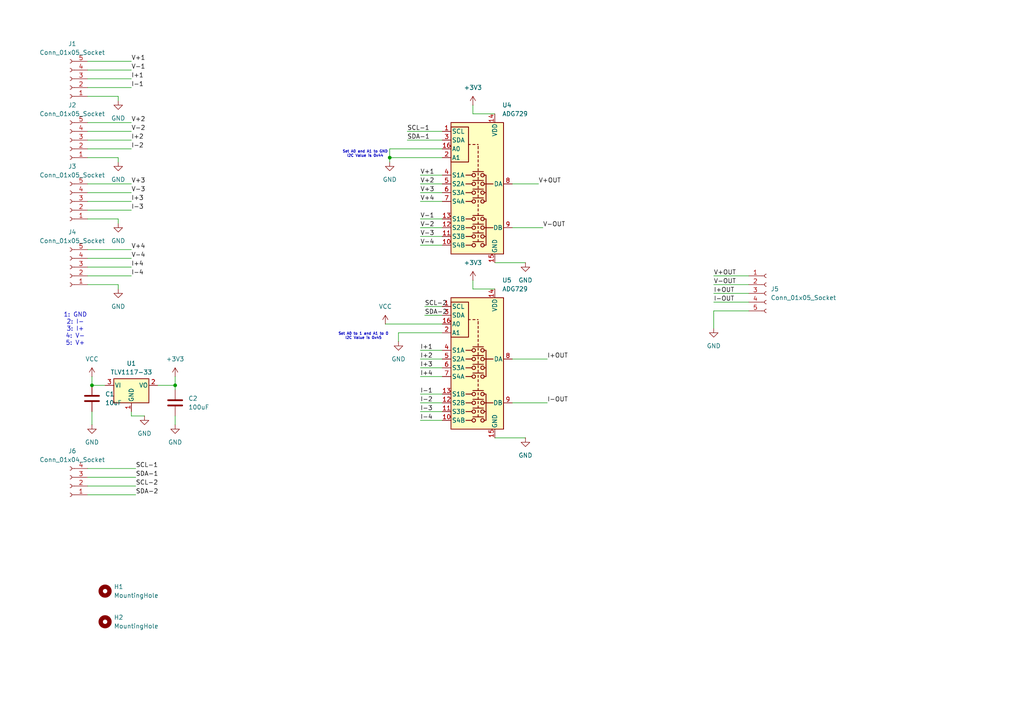
<source format=kicad_sch>
(kicad_sch (version 20250114) (generator "eeschema") (generator_version "9.0")
  (paper "A4")
  (lib_symbols
    (symbol "Analog_Switch:ADG729" (pin_names (offset 0.254))
      (property "Reference" "U" (at -7.62 20.955 0))
      (property "Value" "ADG729" (at -7.62 19.05 0))
      (symbol "ADG729_0_1"
        (rectangle (start -7.62 17.78) (end 7.62 -20.32) (stroke (width 0.254)) (fill (type background)))
        (rectangle (start -7.62 6.35) (end -2.54 16.51) (stroke (width 0.254)))
        (polyline (pts (xy -2.032 11.43) (xy -2.54 11.43)) (stroke (width 0.254)))
        (polyline (pts (xy -1.524 2.54) (xy -3.302 2.54)) (stroke (width 0.254)))
        (polyline (pts (xy -1.524 0) (xy -3.302 0)) (stroke (width 0.254)))
        (polyline (pts (xy -1.524 -2.54) (xy -3.302 -2.54)) (stroke (width 0.254)))
        (polyline (pts (xy -1.524 -5.08) (xy -3.302 -5.08)) (stroke (width 0.254)))
        (polyline (pts (xy -1.524 -10.16) (xy -3.302 -10.16)) (stroke (width 0.254)))
        (polyline (pts (xy -1.524 -12.7) (xy -3.302 -12.7)) (stroke (width 0.254)))
        (polyline (pts (xy -1.524 -15.24) (xy -3.302 -15.24)) (stroke (width 0.254)))
        (polyline (pts (xy -1.524 -17.78) (xy -3.302 -17.78)) (stroke (width 0.254)))
        (polyline (pts (xy -1.27 11.43) (xy -0.635 11.43)) (stroke (width 0.254)))
        (polyline (pts (xy -1.27 3.556) (xy 1.778 3.556)) (stroke (width 0.254)))
        (polyline (pts (xy -1.27 1.016) (xy 1.778 1.016)) (stroke (width 0.254)))
        (polyline (pts (xy -1.27 -1.524) (xy 1.778 -1.524)) (stroke (width 0.254)))
        (polyline (pts (xy -1.27 -4.064) (xy 1.778 -4.064)) (stroke (width 0.254)))
        (polyline (pts (xy -1.27 -9.144) (xy 1.778 -9.144)) (stroke (width 0.254)))
        (polyline (pts (xy -1.27 -11.684) (xy 1.778 -11.684)) (stroke (width 0.254)))
        (polyline (pts (xy -1.27 -14.224) (xy 1.778 -14.224)) (stroke (width 0.254)))
        (polyline (pts (xy -1.27 -16.764) (xy 1.778 -16.764)) (stroke (width 0.254)))
        (circle (center -1.016 2.54) (radius 0.508) (stroke (width 0.254)))
        (circle (center -1.016 0) (radius 0.508) (stroke (width 0.254)))
        (circle (center -1.016 -2.54) (radius 0.508) (stroke (width 0.254)))
        (circle (center -1.016 -5.08) (radius 0.508) (stroke (width 0.254)))
        (circle (center -1.016 -10.16) (radius 0.508) (stroke (width 0.254)))
        (circle (center -1.016 -12.7) (radius 0.508) (stroke (width 0.254)))
        (circle (center -1.016 -15.24) (radius 0.508) (stroke (width 0.254)))
        (circle (center -1.016 -17.78) (radius 0.508) (stroke (width 0.254)))
        (polyline (pts (xy 0.254 11.43) (xy 0 11.43)) (stroke (width 0.254)))
        (polyline (pts (xy 0.254 10.16) (xy 0.254 10.922)) (stroke (width 0.254)))
        (polyline (pts (xy 0.254 8.89) (xy 0.254 9.525)) (stroke (width 0.254)))
        (polyline (pts (xy 0.254 7.62) (xy 0.254 8.255)) (stroke (width 0.254)))
        (polyline (pts (xy 0.254 6.35) (xy 0.254 6.985)) (stroke (width 0.254)))
        (polyline (pts (xy 0.254 5.08) (xy 0.254 5.715)) (stroke (width 0.254)))
        (polyline (pts (xy 0.254 3.81) (xy 0.254 4.445)) (stroke (width 0.254)))
        (polyline (pts (xy 0.254 2.54) (xy 0.254 3.175)) (stroke (width 0.254)))
        (polyline (pts (xy 0.254 1.27) (xy 0.254 1.905)) (stroke (width 0.254)))
        (polyline (pts (xy 0.254 0) (xy 0.254 0.635)) (stroke (width 0.254)))
        (polyline (pts (xy 0.254 -1.27) (xy 0.254 -0.635)) (stroke (width 0.254)))
        (polyline (pts (xy 0.254 -2.54) (xy 0.254 -1.905)) (stroke (width 0.254)))
        (polyline (pts (xy 0.254 -3.81) (xy 0.254 -3.175)) (stroke (width 0.254)))
        (polyline (pts (xy 0.254 -5.334) (xy 0.254 -4.699)) (stroke (width 0.254)))
        (polyline (pts (xy 0.254 -6.604) (xy 0.254 -5.969)) (stroke (width 0.254)))
        (polyline (pts (xy 0.254 -7.874) (xy 0.254 -7.239)) (stroke (width 0.254)))
        (polyline (pts (xy 0.254 -9.144) (xy 0.254 -8.509)) (stroke (width 0.254)))
        (polyline (pts (xy 0.254 -10.414) (xy 0.254 -9.779)) (stroke (width 0.254)))
        (polyline (pts (xy 0.254 -11.684) (xy 0.254 -11.049)) (stroke (width 0.254)))
        (polyline (pts (xy 0.254 -12.954) (xy 0.254 -12.319)) (stroke (width 0.254)))
        (polyline (pts (xy 0.254 -14.224) (xy 0.254 -13.589)) (stroke (width 0.254)))
        (polyline (pts (xy 0.254 -15.494) (xy 0.254 -14.859)) (stroke (width 0.254)))
        (polyline (pts (xy 0.254 -16.764) (xy 0.254 -16.129)) (stroke (width 0.254)))
        (circle (center 1.524 2.54) (radius 0.508) (stroke (width 0.254)))
        (circle (center 1.524 0) (radius 0.508) (stroke (width 0.254)))
        (circle (center 1.524 -2.54) (radius 0.508) (stroke (width 0.254)))
        (circle (center 1.524 -5.08) (radius 0.508) (stroke (width 0.254)))
        (circle (center 1.524 -10.16) (radius 0.508) (stroke (width 0.254)))
        (circle (center 1.524 -12.7) (radius 0.508) (stroke (width 0.254)))
        (circle (center 1.524 -15.24) (radius 0.508) (stroke (width 0.254)))
        (circle (center 1.524 -17.78) (radius 0.508) (stroke (width 0.254)))
        (polyline (pts (xy 1.905 -5.08) (xy 2.54 -5.08) (xy 2.54 2.54) (xy 1.905 2.54)) (stroke (width 0.254)))
        (polyline (pts (xy 1.905 -10.16) (xy 2.54 -10.16) (xy 2.54 -17.78) (xy 1.905 -17.78)) (stroke (width 0.254)))
        (polyline (pts (xy 2.032 0) (xy 2.54 0)) (stroke (width 0.254)))
        (polyline (pts (xy 2.032 -2.54) (xy 2.54 -2.54)) (stroke (width 0.254)))
        (polyline (pts (xy 2.032 -12.7) (xy 2.54 -12.7)) (stroke (width 0.254)))
        (polyline (pts (xy 2.032 -15.24) (xy 2.54 -15.24)) (stroke (width 0.254)))
        (polyline (pts (xy 2.54 0) (xy 4.572 0)) (stroke (width 0.254)))
        (polyline (pts (xy 4.572 -12.7) (xy 2.54 -12.7)) (stroke (width 0.254)))
      )
      (symbol "ADG729_1_1"
        (pin input line (at -10.16 15.24 0) (length 2.54) (name "SCL") (number "1"))
        (pin bidirectional line (at -10.16 12.7 0) (length 2.54) (name "SDA") (number "3"))
        (pin input line (at -10.16 10.16 0) (length 2.54) (name "A0") (number "16"))
        (pin input line (at -10.16 7.62 0) (length 2.54) (name "A1") (number "2"))
        (pin bidirectional line (at -10.16 2.54 0) (length 2.54) (name "S1A") (number "4"))
        (pin bidirectional line (at -10.16 0 0) (length 2.54) (name "S2A") (number "5"))
        (pin bidirectional line (at -10.16 -2.54 0) (length 2.54) (name "S3A") (number "6"))
        (pin bidirectional line (at -10.16 -5.08 0) (length 2.54) (name "S4A") (number "7"))
        (pin bidirectional line (at -10.16 -10.16 0) (length 2.54) (name "S1B") (number "13"))
        (pin bidirectional line (at -10.16 -12.7 0) (length 2.54) (name "S2B") (number "12"))
        (pin bidirectional line (at -10.16 -15.24 0) (length 2.54) (name "S3B") (number "11"))
        (pin bidirectional line (at -10.16 -17.78 0) (length 2.54) (name "S4B") (number "10"))
        (pin power_in line (at 5.08 20.32 270) (length 2.54) (name "VDD") (number "14"))
        (pin power_in line (at 5.08 -22.86 90) (length 2.54) (name "GND") (number "15"))
        (pin bidirectional line (at 10.16 0 180) (length 2.54) (name "DA") (number "8"))
        (pin bidirectional line (at 10.16 -12.7 180) (length 2.54) (name "DB") (number "9"))
      )
    )
    (symbol "Connector:Conn_01x04_Socket" (pin_names (offset 1.016) (hide yes))
      (property "Reference" "J" (at 0 5.08 0))
      (property "Value" "Conn_01x04_Socket" (at 0 -7.62 0))
      (symbol "Conn_01x04_Socket_1_1"
        (polyline (pts (xy -1.27 2.54) (xy -0.508 2.54)) (stroke (width 0.1524)))
        (polyline (pts (xy -1.27 0) (xy -0.508 0)) (stroke (width 0.1524)))
        (polyline (pts (xy -1.27 -2.54) (xy -0.508 -2.54)) (stroke (width 0.1524)))
        (polyline (pts (xy -1.27 -5.08) (xy -0.508 -5.08)) (stroke (width 0.1524)))
        (arc (start 0 2.032) (mid -0.5058 2.54) (end 0 3.048) (stroke (width 0.1524)))
        (arc (start 0 -0.508) (mid -0.5058 0) (end 0 0.508) (stroke (width 0.1524)))
        (arc (start 0 -3.048) (mid -0.5058 -2.54) (end 0 -2.032) (stroke (width 0.1524)))
        (arc (start 0 -5.588) (mid -0.5058 -5.08) (end 0 -4.572) (stroke (width 0.1524)))
        (pin passive line (at -5.08 2.54 0) (length 3.81) (name "Pin_1") (number "1"))
        (pin passive line (at -5.08 0 0) (length 3.81) (name "Pin_2") (number "2"))
        (pin passive line (at -5.08 -2.54 0) (length 3.81) (name "Pin_3") (number "3"))
        (pin passive line (at -5.08 -5.08 0) (length 3.81) (name "Pin_4") (number "4"))
      )
    )
    (symbol "Connector:Conn_01x05_Socket" (pin_names (offset 1.016) (hide yes))
      (property "Reference" "J" (at 0 7.62 0))
      (property "Value" "Conn_01x05_Socket" (at 0 -7.62 0))
      (symbol "Conn_01x05_Socket_1_1"
        (polyline (pts (xy -1.27 5.08) (xy -0.508 5.08)) (stroke (width 0.1524)))
        (polyline (pts (xy -1.27 2.54) (xy -0.508 2.54)) (stroke (width 0.1524)))
        (polyline (pts (xy -1.27 0) (xy -0.508 0)) (stroke (width 0.1524)))
        (polyline (pts (xy -1.27 -2.54) (xy -0.508 -2.54)) (stroke (width 0.1524)))
        (polyline (pts (xy -1.27 -5.08) (xy -0.508 -5.08)) (stroke (width 0.1524)))
        (arc (start 0 4.572) (mid -0.5058 5.08) (end 0 5.588) (stroke (width 0.1524)))
        (arc (start 0 2.032) (mid -0.5058 2.54) (end 0 3.048) (stroke (width 0.1524)))
        (arc (start 0 -0.508) (mid -0.5058 0) (end 0 0.508) (stroke (width 0.1524)))
        (arc (start 0 -3.048) (mid -0.5058 -2.54) (end 0 -2.032) (stroke (width 0.1524)))
        (arc (start 0 -5.588) (mid -0.5058 -5.08) (end 0 -4.572) (stroke (width 0.1524)))
        (pin passive line (at -5.08 5.08 0) (length 3.81) (name "Pin_1") (number "1"))
        (pin passive line (at -5.08 2.54 0) (length 3.81) (name "Pin_2") (number "2"))
        (pin passive line (at -5.08 0 0) (length 3.81) (name "Pin_3") (number "3"))
        (pin passive line (at -5.08 -2.54 0) (length 3.81) (name "Pin_4") (number "4"))
        (pin passive line (at -5.08 -5.08 0) (length 3.81) (name "Pin_5") (number "5"))
      )
    )
    (symbol "Device:C" (pin_numbers (hide yes)) (pin_names (offset 0.254))
      (property "Reference" "C" (at 0.635 2.54 0))
      (property "Value" "C" (at 0.635 -2.54 0))
      (symbol "C_0_1"
        (polyline (pts (xy -2.032 0.762) (xy 2.032 0.762)) (stroke (width 0.508)))
        (polyline (pts (xy -2.032 -0.762) (xy 2.032 -0.762)) (stroke (width 0.508)))
      )
      (symbol "C_1_1"
        (pin passive line (at 0 3.81 270) (length 2.794) (name "~") (number "1"))
        (pin passive line (at 0 -3.81 90) (length 2.794) (name "~") (number "2"))
      )
    )
    (symbol "Mechanical:MountingHole" (pin_names (offset 1.016)) (in_bom no)
      (property "Reference" "H" (at 0 5.08 0))
      (property "Value" "MountingHole" (at 0 3.175 0))
      (symbol "MountingHole_0_1"
        (circle (center 0 0) (radius 1.27) (stroke (width 1.27)))
      )
    )
    (symbol "Regulator_Linear:TLV1117-33" (pin_names (offset 0.254))
      (property "Reference" "U" (at -3.81 3.175 0))
      (property "Value" "TLV1117-33" (at 0 3.175 0))
      (symbol "TLV1117-33_0_1"
        (rectangle (start -5.08 -5.08) (end 5.08 1.905) (stroke (width 0.254)) (fill (type background)))
      )
      (symbol "TLV1117-33_1_1"
        (pin power_in line (at -7.62 0 0) (length 2.54) (name "VI") (number "3"))
        (pin power_in line (at 0 -7.62 90) (length 2.54) (name "GND") (number "1"))
        (pin power_out line (at 7.62 0 180) (length 2.54) (name "VO") (number "2"))
      )
    )
    (symbol "power:+3V3" (power) (pin_numbers (hide yes)) (pin_names (offset 0) (hide yes))
      (property "Value" "+3V3" (at 0 3.556 0))
      (symbol "+3V3_0_1"
        (polyline (pts (xy -0.762 1.27) (xy 0 2.54)))
        (polyline (pts (xy 0 2.54) (xy 0.762 1.27)))
        (polyline (pts (xy 0 0) (xy 0 2.54)))
      )
      (symbol "+3V3_1_1"
        (pin power_in line (at 0 0 90) (length 0) (name "~") (number "1"))
      )
    )
    (symbol "power:GND" (power) (pin_numbers (hide yes)) (pin_names (offset 0) (hide yes))
      (property "Value" "GND" (at 0 -3.81 0))
      (symbol "GND_0_1"
        (polyline (pts (xy 0 0) (xy 0 -1.27) (xy 1.27 -1.27) (xy 0 -2.54) (xy -1.27 -1.27) (xy 0 -1.27)))
      )
      (symbol "GND_1_1"
        (pin power_in line (at 0 0 270) (length 0) (name "~") (number "1"))
      )
    )
    (symbol "power:VCC" (power) (pin_numbers (hide yes)) (pin_names (offset 0) (hide yes))
      (property "Value" "VCC" (at 0 3.556 0))
      (symbol "VCC_0_1"
        (polyline (pts (xy -0.762 1.27) (xy 0 2.54)))
        (polyline (pts (xy 0 2.54) (xy 0.762 1.27)))
        (polyline (pts (xy 0 0) (xy 0 2.54)))
      )
      (symbol "VCC_1_1"
        (pin power_in line (at 0 0 90) (length 0) (name "~") (number "1"))
      )
    )
  )
  (text "Set A0 to 1 and A1 to 0\nI2C Value is 0x45" (at 105.41 97.536 0) (effects (font (size 0.762 0.762))))
  (text "Set A0 and A1 to GND\nI2C Value is 0x44" (at 105.918 44.704 0) (effects (font (size 0.762 0.762))))
  (text "1: GND\n2: I-\n3: I+\n4: V-\n5: V+" (at 21.844 95.504 0) (effects (font (size 1.27 1.27))))
  (junction (at 26.67 111.76))
  (junction (at 113.03 45.72))
  (junction (at 50.8 111.76))
  (wire (pts (xy 25.4 135.89) (xy 39.37 135.89)))
  (wire (pts (xy 25.4 35.56) (xy 38.1 35.56)))
  (wire (pts (xy 115.57 96.52) (xy 115.57 99.06)))
  (wire (pts (xy 137.16 83.82) (xy 143.51 83.82)))
  (wire (pts (xy 121.92 109.22) (xy 128.27 109.22)))
  (wire (pts (xy 113.03 43.18) (xy 113.03 45.72)))
  (wire (pts (xy 34.29 45.72) (xy 34.29 46.99)))
  (wire (pts (xy 25.4 143.51) (xy 39.37 143.51)))
  (wire (pts (xy 207.01 90.17) (xy 207.01 95.25)))
  (wire (pts (xy 152.4 76.2) (xy 143.51 76.2)))
  (wire (pts (xy 121.92 114.3) (xy 128.27 114.3)))
  (wire (pts (xy 50.8 120.65) (xy 50.8 123.19)))
  (wire (pts (xy 121.92 55.88) (xy 128.27 55.88)))
  (wire (pts (xy 121.92 101.6) (xy 128.27 101.6)))
  (wire (pts (xy 25.4 17.78) (xy 38.1 17.78)))
  (wire (pts (xy 113.03 45.72) (xy 113.03 46.99)))
  (wire (pts (xy 25.4 80.01) (xy 38.1 80.01)))
  (wire (pts (xy 121.92 68.58) (xy 128.27 68.58)))
  (wire (pts (xy 38.1 120.65) (xy 41.91 120.65)))
  (wire (pts (xy 38.1 119.38) (xy 38.1 120.65)))
  (wire (pts (xy 121.92 63.5) (xy 128.27 63.5)))
  (wire (pts (xy 111.76 93.98) (xy 128.27 93.98)))
  (wire (pts (xy 148.59 104.14) (xy 158.75 104.14)))
  (wire (pts (xy 207.01 85.09) (xy 217.17 85.09)))
  (wire (pts (xy 137.16 33.02) (xy 143.51 33.02)))
  (wire (pts (xy 121.92 119.38) (xy 128.27 119.38)))
  (wire (pts (xy 25.4 82.55) (xy 34.29 82.55)))
  (wire (pts (xy 25.4 40.64) (xy 38.1 40.64)))
  (wire (pts (xy 25.4 43.18) (xy 38.1 43.18)))
  (wire (pts (xy 25.4 72.39) (xy 38.1 72.39)))
  (wire (pts (xy 25.4 25.4) (xy 38.1 25.4)))
  (wire (pts (xy 113.03 45.72) (xy 128.27 45.72)))
  (wire (pts (xy 25.4 27.94) (xy 34.29 27.94)))
  (wire (pts (xy 121.92 53.34) (xy 128.27 53.34)))
  (wire (pts (xy 217.17 90.17) (xy 207.01 90.17)))
  (wire (pts (xy 34.29 27.94) (xy 34.29 29.21)))
  (wire (pts (xy 207.01 87.63) (xy 217.17 87.63)))
  (wire (pts (xy 148.59 53.34) (xy 156.21 53.34)))
  (wire (pts (xy 25.4 63.5) (xy 34.29 63.5)))
  (wire (pts (xy 207.01 82.55) (xy 217.17 82.55)))
  (wire (pts (xy 121.92 121.92) (xy 128.27 121.92)))
  (wire (pts (xy 25.4 60.96) (xy 38.1 60.96)))
  (wire (pts (xy 26.67 109.22) (xy 26.67 111.76)))
  (wire (pts (xy 26.67 111.76) (xy 30.48 111.76)))
  (wire (pts (xy 50.8 111.76) (xy 50.8 109.22)))
  (wire (pts (xy 121.92 66.04) (xy 128.27 66.04)))
  (wire (pts (xy 25.4 138.43) (xy 39.37 138.43)))
  (wire (pts (xy 121.92 104.14) (xy 128.27 104.14)))
  (wire (pts (xy 26.67 119.38) (xy 26.67 123.19)))
  (wire (pts (xy 137.16 81.28) (xy 137.16 83.82)))
  (wire (pts (xy 121.92 106.68) (xy 128.27 106.68)))
  (wire (pts (xy 25.4 77.47) (xy 38.1 77.47)))
  (wire (pts (xy 45.72 111.76) (xy 50.8 111.76)))
  (wire (pts (xy 34.29 63.5) (xy 34.29 64.77)))
  (wire (pts (xy 113.03 43.18) (xy 128.27 43.18)))
  (wire (pts (xy 121.92 71.12) (xy 128.27 71.12)))
  (wire (pts (xy 34.29 82.55) (xy 34.29 83.82)))
  (wire (pts (xy 123.19 88.9) (xy 128.27 88.9)))
  (wire (pts (xy 25.4 20.32) (xy 38.1 20.32)))
  (wire (pts (xy 25.4 45.72) (xy 34.29 45.72)))
  (wire (pts (xy 207.01 80.01) (xy 217.17 80.01)))
  (wire (pts (xy 121.92 116.84) (xy 128.27 116.84)))
  (wire (pts (xy 25.4 55.88) (xy 38.1 55.88)))
  (wire (pts (xy 25.4 74.93) (xy 38.1 74.93)))
  (wire (pts (xy 121.92 50.8) (xy 128.27 50.8)))
  (wire (pts (xy 25.4 38.1) (xy 38.1 38.1)))
  (wire (pts (xy 121.92 58.42) (xy 128.27 58.42)))
  (wire (pts (xy 118.11 40.64) (xy 128.27 40.64)))
  (wire (pts (xy 137.16 30.48) (xy 137.16 33.02)))
  (wire (pts (xy 123.19 91.44) (xy 128.27 91.44)))
  (wire (pts (xy 25.4 22.86) (xy 38.1 22.86)))
  (wire (pts (xy 148.59 116.84) (xy 158.75 116.84)))
  (wire (pts (xy 25.4 53.34) (xy 38.1 53.34)))
  (wire (pts (xy 148.59 66.04) (xy 157.48 66.04)))
  (wire (pts (xy 25.4 140.97) (xy 39.37 140.97)))
  (wire (pts (xy 115.57 96.52) (xy 128.27 96.52)))
  (wire (pts (xy 25.4 58.42) (xy 38.1 58.42)))
  (wire (pts (xy 118.11 38.1) (xy 128.27 38.1)))
  (wire (pts (xy 143.51 127) (xy 152.4 127)))
  (wire (pts (xy 50.8 113.03) (xy 50.8 111.76)))
  (label "I-OUT" (at 158.75 116.84 0))
  (label "V+OUT" (at 207.01 80.01 0))
  (label "SDA-2" (at 39.37 143.51 0))
  (label "I+4" (at 121.92 109.22 0))
  (label "I+1" (at 121.92 101.6 0))
  (label "I+2" (at 121.92 104.14 0))
  (label "I+3" (at 121.92 106.68 0))
  (label "V+OUT" (at 156.21 53.34 0))
  (label "V-OUT" (at 207.01 82.55 0))
  (label "I-OUT" (at 207.01 87.63 0))
  (label "I-4" (at 121.92 121.92 0))
  (label "I-1" (at 121.92 114.3 0))
  (label "I-2" (at 121.92 116.84 0))
  (label "I-3" (at 121.92 119.38 0))
  (label "SDA-2" (at 123.19 91.44 0))
  (label "SCL-1" (at 118.11 38.1 0))
  (label "V+4" (at 38.1 72.39 0))
  (label "V+3" (at 38.1 53.34 0))
  (label "V+2" (at 38.1 35.56 0))
  (label "V+1" (at 38.1 17.78 0))
  (label "I+OUT" (at 207.01 85.09 0))
  (label "V-3" (at 121.92 68.58 0))
  (label "V-4" (at 121.92 71.12 0))
  (label "V-1" (at 121.92 63.5 0))
  (label "V-2" (at 121.92 66.04 0))
  (label "V+1" (at 121.92 50.8 0))
  (label "V+2" (at 121.92 53.34 0))
  (label "V+3" (at 121.92 55.88 0))
  (label "V+4" (at 121.92 58.42 0))
  (label "V-OUT" (at 157.48 66.04 0))
  (label "SCL-1" (at 39.37 135.89 0))
  (label "SCL-2" (at 39.37 140.97 0))
  (label "SCL-2" (at 123.19 88.9 0))
  (label "SDA-1" (at 39.37 138.43 0))
  (label "V-4" (at 38.1 74.93 0))
  (label "V-3" (at 38.1 55.88 0))
  (label "V-2" (at 38.1 38.1 0))
  (label "V-1" (at 38.1 20.32 0))
  (label "I+OUT" (at 158.75 104.14 0))
  (label "I+3" (at 38.1 58.42 0))
  (label "I+4" (at 38.1 77.47 0))
  (label "I+2" (at 38.1 40.64 0))
  (label "I+1" (at 38.1 22.86 0))
  (label "I-3" (at 38.1 60.96 0))
  (label "I-4" (at 38.1 80.01 0))
  (label "I-2" (at 38.1 43.18 0))
  (label "I-1" (at 38.1 25.4 0))
  (label "SDA-1" (at 118.11 40.64 0))
  (symbol (lib_id "Mechanical:MountingHole") (at 30.48 180.34 0) (unit 1) (in_bom no)
    (property "Reference" "H2" (at 33.02 179.0699 0) (effects (justify left)))
    (property "Value" "MountingHole" (at 33.02 181.6099 0) (effects (justify left)))
    (property "Footprint" "MountingHole:MountingHole_3.2mm_M3_ISO7380" (effects (hide yes)))
    (property "Description" "Mounting Hole without connection" (effects (hide yes)))
  )
  (symbol (lib_id "power:GND") (at 34.29 29.21 0) (unit 1)
    (property "Reference" "#PWR04" (effects (hide yes)))
    (property "Value" "GND" (at 34.29 34.29 0))
    (property "Description" "Power symbol creates a global label with name \"GND\" , ground" (effects (hide yes)))
  )
  (symbol (lib_id "Connector:Conn_01x05_Socket") (at 222.25 85.09 0) (unit 1)
    (property "Reference" "J5" (at 223.52 83.8199 0) (effects (justify left)))
    (property "Value" "Conn_01x05_Socket" (at 223.52 86.3599 0) (effects (justify left)))
    (property "Footprint" "TerminalBlock_Phoenix:TerminalBlock_Phoenix_MKDS-1,5-5-5.08_1x05_P5.08mm_Horizontal" (effects (hide yes)))
    (property "Description" "Generic connector, single row, 01x05, script generated" (effects (hide yes)))
  )
  (symbol (lib_id "power:GND") (at 152.4 127 0) (unit 1)
    (property "Reference" "#PWR06" (effects (hide yes)))
    (property "Value" "GND" (at 152.4 132.08 0))
    (property "Description" "Power symbol creates a global label with name \"GND\" , ground" (effects (hide yes)))
  )
  (symbol (lib_id "Analog_Switch:ADG729") (at 138.43 53.34 0) (unit 1)
    (property "Reference" "U4" (at 145.6533 30.48 0) (effects (justify left)))
    (property "Value" "ADG729" (at 145.6533 33.02 0) (effects (justify left)))
    (property "Footprint" "Package_SO:TSSOP-16_4.4x5mm_P0.65mm" (effects (hide yes)))
    (property "Datasheet" "https://www.analog.com/media/en/technical-documentation/data-sheets/ADG728_729.pdf" (effects (hide yes)))
    (property "Description" "Dual 4-to-1 CMOS Low Voltage 2-Wire Serially Controlled, Matrix Switches" (effects (hide yes)))
    (property "MPN" "C207556" (effects (hide yes)))
  )
  (symbol (lib_id "Device:C") (at 26.67 115.57 0) (unit 1)
    (property "Reference" "C1" (at 30.48 114.2999 0) (effects (justify left)))
    (property "Value" "10uF" (at 30.48 116.8399 0) (effects (justify left)))
    (property "Footprint" "Capacitor_SMD:C_0603_1608Metric" (effects (hide yes)))
    (property "Description" "Unpolarized capacitor" (effects (hide yes)))
  )
  (symbol (lib_id "power:GND") (at 26.67 123.19 0) (unit 1)
    (property "Reference" "#PWR017" (effects (hide yes)))
    (property "Value" "GND" (at 26.67 128.27 0))
    (property "Description" "Power symbol creates a global label with name \"GND\" , ground" (effects (hide yes)))
  )
  (symbol (lib_id "power:GND") (at 34.29 83.82 0) (unit 1)
    (property "Reference" "#PWR01" (effects (hide yes)))
    (property "Value" "GND" (at 34.29 88.9 0))
    (property "Description" "Power symbol creates a global label with name \"GND\" , ground" (effects (hide yes)))
  )
  (symbol (lib_id "Connector:Conn_01x05_Socket") (at 20.32 22.86 180) (unit 1)
    (property "Reference" "J1" (at 20.955 12.7 0))
    (property "Value" "Conn_01x05_Socket" (at 20.955 15.24 0))
    (property "Footprint" "TerminalBlock_Phoenix:TerminalBlock_Phoenix_MKDS-1,5-5-5.08_1x05_P5.08mm_Horizontal" (effects (hide yes)))
    (property "Description" "Generic connector, single row, 01x05, script generated" (effects (hide yes)))
  )
  (symbol (lib_id "power:VCC") (at 26.67 109.22 0) (unit 1)
    (property "Reference" "#PWR07" (effects (hide yes)))
    (property "Value" "VCC" (at 26.67 104.14 0))
    (property "Description" "Power symbol creates a global label with name \"VCC\"" (effects (hide yes)))
  )
  (symbol (lib_id "Analog_Switch:ADG729") (at 138.43 104.14 0) (unit 1)
    (property "Reference" "U5" (at 145.6533 81.28 0) (effects (justify left)))
    (property "Value" "ADG729" (at 145.6533 83.82 0) (effects (justify left)))
    (property "Footprint" "Package_SO:TSSOP-16_4.4x5mm_P0.65mm" (effects (hide yes)))
    (property "Datasheet" "https://www.analog.com/media/en/technical-documentation/data-sheets/ADG728_729.pdf" (effects (hide yes)))
    (property "Description" "Dual 4-to-1 CMOS Low Voltage 2-Wire Serially Controlled, Matrix Switches" (effects (hide yes)))
    (property "MPN" "C207556" (effects (hide yes)))
  )
  (symbol (lib_id "power:GND") (at 207.01 95.25 0) (unit 1)
    (property "Reference" "#PWR012" (effects (hide yes)))
    (property "Value" "GND" (at 207.01 100.33 0))
    (property "Description" "Power symbol creates a global label with name \"GND\" , ground" (effects (hide yes)))
  )
  (symbol (lib_id "Device:C") (at 50.8 116.84 0) (unit 1)
    (property "Reference" "C2" (at 54.61 115.5699 0) (effects (justify left)))
    (property "Value" "100uF" (at 54.61 118.1099 0) (effects (justify left)))
    (property "Footprint" "Capacitor_SMD:C_0805_2012Metric" (effects (hide yes)))
    (property "Description" "Unpolarized capacitor" (effects (hide yes)))
  )
  (symbol (lib_id "power:GND") (at 34.29 46.99 0) (unit 1)
    (property "Reference" "#PWR03" (effects (hide yes)))
    (property "Value" "GND" (at 34.29 52.07 0))
    (property "Description" "Power symbol creates a global label with name \"GND\" , ground" (effects (hide yes)))
  )
  (symbol (lib_id "Connector:Conn_01x05_Socket") (at 20.32 40.64 180) (unit 1)
    (property "Reference" "J2" (at 20.955 30.48 0))
    (property "Value" "Conn_01x05_Socket" (at 20.955 33.02 0))
    (property "Footprint" "TerminalBlock_Phoenix:TerminalBlock_Phoenix_MKDS-1,5-5-5.08_1x05_P5.08mm_Horizontal" (effects (hide yes)))
    (property "Description" "Generic connector, single row, 01x05, script generated" (effects (hide yes)))
  )
  (symbol (lib_id "Connector:Conn_01x04_Socket") (at 20.32 140.97 180) (unit 1)
    (property "Reference" "J6" (at 20.955 130.81 0))
    (property "Value" "Conn_01x04_Socket" (at 20.955 133.35 0))
    (property "Footprint" "Connector_JST:JST_SH_SM04B-SRSS-TB_1x04-1MP_P1.00mm_Horizontal" (effects (hide yes)))
    (property "Description" "Generic connector, single row, 01x04, script generated" (effects (hide yes)))
    (property "MPN" "C160404" (effects (hide yes)))
  )
  (symbol (lib_id "power:+3V3") (at 137.16 81.28 0) (unit 1)
    (property "Reference" "#PWR011" (effects (hide yes)))
    (property "Value" "+3V3" (at 137.16 76.2 0))
    (property "Description" "Power symbol creates a global label with name \"+3V3\"" (effects (hide yes)))
  )
  (symbol (lib_id "power:GND") (at 152.4 76.2 0) (unit 1)
    (property "Reference" "#PWR05" (effects (hide yes)))
    (property "Value" "GND" (at 152.4 81.28 0))
    (property "Description" "Power symbol creates a global label with name \"GND\" , ground" (effects (hide yes)))
  )
  (symbol (lib_id "Connector:Conn_01x05_Socket") (at 20.32 58.42 180) (unit 1)
    (property "Reference" "J3" (at 20.955 48.26 0))
    (property "Value" "Conn_01x05_Socket" (at 20.955 50.8 0))
    (property "Footprint" "TerminalBlock_Phoenix:TerminalBlock_Phoenix_MKDS-1,5-5-5.08_1x05_P5.08mm_Horizontal" (effects (hide yes)))
    (property "Description" "Generic connector, single row, 01x05, script generated" (effects (hide yes)))
  )
  (symbol (lib_id "power:GND") (at 115.57 99.06 0) (unit 1)
    (property "Reference" "#PWR014" (effects (hide yes)))
    (property "Value" "GND" (at 115.57 104.14 0))
    (property "Description" "Power symbol creates a global label with name \"GND\" , ground" (effects (hide yes)))
  )
  (symbol (lib_id "power:GND") (at 50.8 123.19 0) (unit 1)
    (property "Reference" "#PWR016" (effects (hide yes)))
    (property "Value" "GND" (at 50.8 128.27 0))
    (property "Description" "Power symbol creates a global label with name \"GND\" , ground" (effects (hide yes)))
  )
  (symbol (lib_id "power:GND") (at 41.91 120.65 0) (unit 1)
    (property "Reference" "#PWR08" (effects (hide yes)))
    (property "Value" "GND" (at 41.91 125.73 0))
    (property "Description" "Power symbol creates a global label with name \"GND\" , ground" (effects (hide yes)))
  )
  (symbol (lib_id "power:GND") (at 113.03 46.99 0) (unit 1)
    (property "Reference" "#PWR013" (effects (hide yes)))
    (property "Value" "GND" (at 113.03 52.07 0))
    (property "Description" "Power symbol creates a global label with name \"GND\" , ground" (effects (hide yes)))
  )
  (symbol (lib_id "power:GND") (at 34.29 64.77 0) (unit 1)
    (property "Reference" "#PWR02" (effects (hide yes)))
    (property "Value" "GND" (at 34.29 69.85 0))
    (property "Description" "Power symbol creates a global label with name \"GND\" , ground" (effects (hide yes)))
  )
  (symbol (lib_id "power:VCC") (at 111.76 93.98 0) (unit 1)
    (property "Reference" "#PWR015" (effects (hide yes)))
    (property "Value" "VCC" (at 111.76 88.9 0))
    (property "Description" "Power symbol creates a global label with name \"VCC\"" (effects (hide yes)))
  )
  (symbol (lib_id "Regulator_Linear:TLV1117-33") (at 38.1 111.76 0) (unit 1)
    (property "Reference" "U1" (at 38.1 105.41 0))
    (property "Value" "TLV1117-33" (at 38.1 107.95 0))
    (property "Footprint" "Package_TO_SOT_SMD:SOT-223-3_TabPin2" (effects (hide yes)))
    (property "Datasheet" "http://www.ti.com/lit/ds/symlink/tlv1117.pdf" (effects (hide yes)))
    (property "Description" "800mA Low-Dropout Linear Regulator, 3.3V fixed output, TO-220/TO-252/TO-263/SOT-223" (effects (hide yes)))
  )
  (symbol (lib_id "Mechanical:MountingHole") (at 30.48 171.45 0) (unit 1) (in_bom no)
    (property "Reference" "H1" (at 33.02 170.1799 0) (effects (justify left)))
    (property "Value" "MountingHole" (at 33.02 172.7199 0) (effects (justify left)))
    (property "Footprint" "MountingHole:MountingHole_3.2mm_M3_ISO7380" (effects (hide yes)))
    (property "Description" "Mounting Hole without connection" (effects (hide yes)))
  )
  (symbol (lib_id "power:+3V3") (at 50.8 109.22 0) (unit 1)
    (property "Reference" "#PWR09" (effects (hide yes)))
    (property "Value" "+3V3" (at 50.8 104.14 0))
    (property "Description" "Power symbol creates a global label with name \"+3V3\"" (effects (hide yes)))
  )
  (symbol (lib_id "Connector:Conn_01x05_Socket") (at 20.32 77.47 180) (unit 1)
    (property "Reference" "J4" (at 20.955 67.31 0))
    (property "Value" "Conn_01x05_Socket" (at 20.955 69.85 0))
    (property "Footprint" "TerminalBlock_Phoenix:TerminalBlock_Phoenix_MKDS-1,5-5-5.08_1x05_P5.08mm_Horizontal" (effects (hide yes)))
    (property "Description" "Generic connector, single row, 01x05, script generated" (effects (hide yes)))
  )
  (symbol (lib_id "power:+3V3") (at 137.16 30.48 0) (unit 1)
    (property "Reference" "#PWR010" (effects (hide yes)))
    (property "Value" "+3V3" (at 137.16 25.4 0))
    (property "Description" "Power symbol creates a global label with name \"+3V3\"" (effects (hide yes)))
  )
)
</source>
